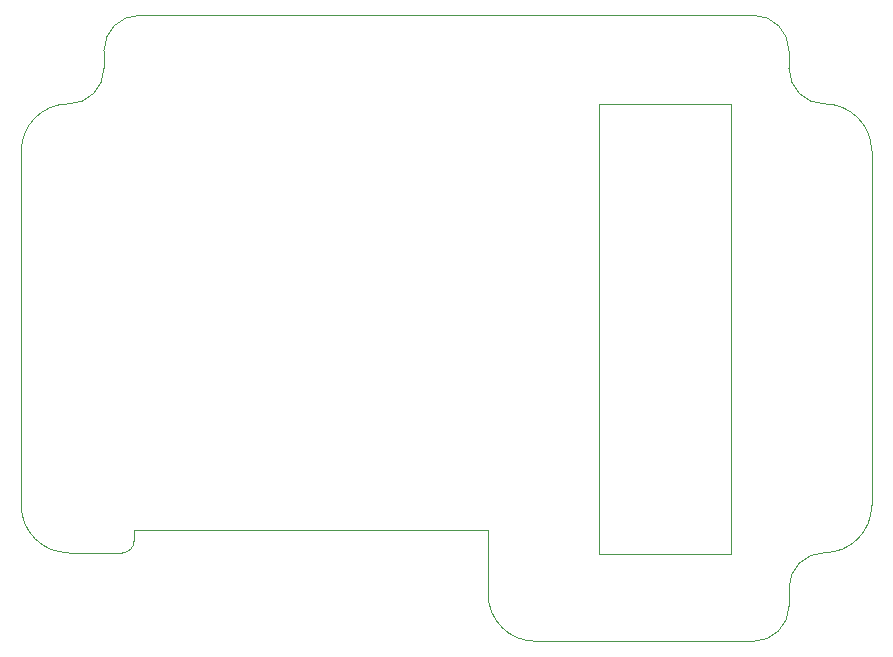
<source format=gm1>
G04 #@! TF.GenerationSoftware,KiCad,Pcbnew,(5.1.4)-1*
G04 #@! TF.CreationDate,2019-12-01T21:19:20-06:00*
G04 #@! TF.ProjectId,rotax 912 soft start,726f7461-7820-4393-9132-20736f667420,rev?*
G04 #@! TF.SameCoordinates,Original*
G04 #@! TF.FileFunction,Profile,NP*
%FSLAX46Y46*%
G04 Gerber Fmt 4.6, Leading zero omitted, Abs format (unit mm)*
G04 Created by KiCad (PCBNEW (5.1.4)-1) date 2019-12-01 21:19:20*
%MOMM*%
%LPD*%
G04 APERTURE LIST*
%ADD10C,0.010000*%
%ADD11C,0.001000*%
G04 APERTURE END LIST*
D10*
X140386000Y-149360000D02*
G75*
G03X144386000Y-153360000I4000000J0D01*
G01*
D11*
X110414000Y-144860000D02*
G75*
G02X109414000Y-145860000I-1000000J0D01*
G01*
X104860000Y-145860000D02*
X109414000Y-145860000D01*
X140386000Y-143942000D02*
X110414000Y-143942000D01*
X140386000Y-143942000D02*
X140386000Y-149360000D01*
X110414000Y-143942000D02*
X110414000Y-144860000D01*
X160960000Y-107874000D02*
X149784000Y-107874000D01*
X160960000Y-145974000D02*
X160960000Y-107874000D01*
X149784000Y-145974000D02*
X160960000Y-145974000D01*
X149784000Y-107874000D02*
X149784000Y-145974000D01*
X165860000Y-150360000D02*
X165860000Y-148860000D01*
X107860000Y-103360000D02*
X107860000Y-104860000D01*
X165860000Y-103360000D02*
X165860000Y-104860000D01*
X144386000Y-153360000D02*
X162860000Y-153360000D01*
X162860000Y-100360000D02*
X110860000Y-100360000D01*
X162860000Y-100360000D02*
G75*
G02X165860000Y-103360000I0J-3000000D01*
G01*
X162860000Y-153360000D02*
G75*
G03X165860000Y-150360000I0J3000000D01*
G01*
X110860000Y-100360000D02*
G75*
G03X107860000Y-103360000I0J-3000000D01*
G01*
X100860000Y-111860000D02*
X100860000Y-141860000D01*
X172860000Y-111860000D02*
X172860000Y-141860000D01*
X168860000Y-107860000D02*
G75*
G02X172860000Y-111860000I0J-4000000D01*
G01*
X172860000Y-141860000D02*
G75*
G02X168860000Y-145860000I-4000000J0D01*
G01*
X104860000Y-145860000D02*
G75*
G02X100860000Y-141860000I0J4000000D01*
G01*
X100860000Y-111860000D02*
G75*
G02X104860000Y-107860000I4000000J0D01*
G01*
X168860000Y-107860000D02*
G75*
G02X165860000Y-104860000I0J3000000D01*
G01*
X165860000Y-148860000D02*
G75*
G02X168860000Y-145860000I3000000J0D01*
G01*
X107860000Y-104860000D02*
G75*
G02X104860000Y-107860000I-3000000J0D01*
G01*
M02*

</source>
